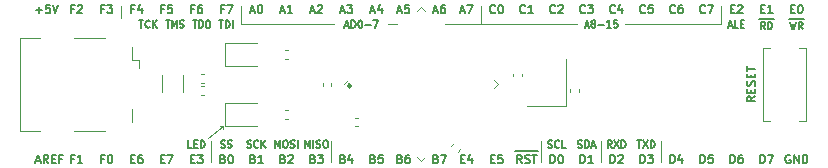
<source format=gbr>
%TF.GenerationSoftware,KiCad,Pcbnew,(5.1.10-1-10_14)*%
%TF.CreationDate,2021-09-16T13:02:04+08:00*%
%TF.ProjectId,AT90USB1287-Board,41543930-5553-4423-9132-38372d426f61,rev?*%
%TF.SameCoordinates,Original*%
%TF.FileFunction,Legend,Top*%
%TF.FilePolarity,Positive*%
%FSLAX46Y46*%
G04 Gerber Fmt 4.6, Leading zero omitted, Abs format (unit mm)*
G04 Created by KiCad (PCBNEW (5.1.10-1-10_14)) date 2021-09-16 13:02:04*
%MOMM*%
%LPD*%
G01*
G04 APERTURE LIST*
%ADD10C,0.120000*%
%ADD11C,0.150000*%
%ADD12C,0.250000*%
G04 APERTURE END LIST*
D10*
X114554000Y-65532000D02*
X114554000Y-66548000D01*
D11*
X122829714Y-66727428D02*
X123172571Y-66727428D01*
X123001142Y-67327428D02*
X123001142Y-66727428D01*
X123372571Y-67327428D02*
X123372571Y-66727428D01*
X123515428Y-66727428D01*
X123601142Y-66756000D01*
X123658285Y-66813142D01*
X123686857Y-66870285D01*
X123715428Y-66984571D01*
X123715428Y-67070285D01*
X123686857Y-67184571D01*
X123658285Y-67241714D01*
X123601142Y-67298857D01*
X123515428Y-67327428D01*
X123372571Y-67327428D01*
X123972571Y-67327428D02*
X123972571Y-66727428D01*
X116068571Y-66727428D02*
X116411428Y-66727428D01*
X116240000Y-67327428D02*
X116240000Y-66727428D01*
X116954285Y-67270285D02*
X116925714Y-67298857D01*
X116840000Y-67327428D01*
X116782857Y-67327428D01*
X116697142Y-67298857D01*
X116640000Y-67241714D01*
X116611428Y-67184571D01*
X116582857Y-67070285D01*
X116582857Y-66984571D01*
X116611428Y-66870285D01*
X116640000Y-66813142D01*
X116697142Y-66756000D01*
X116782857Y-66727428D01*
X116840000Y-66727428D01*
X116925714Y-66756000D01*
X116954285Y-66784571D01*
X117211428Y-67327428D02*
X117211428Y-66727428D01*
X117554285Y-67327428D02*
X117297142Y-66984571D01*
X117554285Y-66727428D02*
X117211428Y-67070285D01*
X120576000Y-66727428D02*
X120918857Y-66727428D01*
X120747429Y-67327428D02*
X120747429Y-66727428D01*
X121118857Y-67327428D02*
X121118857Y-66727428D01*
X121261715Y-66727428D01*
X121347429Y-66756000D01*
X121404572Y-66813142D01*
X121433143Y-66870285D01*
X121461715Y-66984571D01*
X121461715Y-67070285D01*
X121433143Y-67184571D01*
X121404572Y-67241714D01*
X121347429Y-67298857D01*
X121261715Y-67327428D01*
X121118857Y-67327428D01*
X121833143Y-66727428D02*
X121947429Y-66727428D01*
X122004572Y-66756000D01*
X122061715Y-66813142D01*
X122090286Y-66927428D01*
X122090286Y-67127428D01*
X122061715Y-67241714D01*
X122004572Y-67298857D01*
X121947429Y-67327428D01*
X121833143Y-67327428D01*
X121776000Y-67298857D01*
X121718857Y-67241714D01*
X121690286Y-67127428D01*
X121690286Y-66927428D01*
X121718857Y-66813142D01*
X121776000Y-66756000D01*
X121833143Y-66727428D01*
X118293715Y-66727428D02*
X118636572Y-66727428D01*
X118465143Y-67327428D02*
X118465143Y-66727428D01*
X118836572Y-67327428D02*
X118836572Y-66727428D01*
X119036572Y-67156000D01*
X119236572Y-66727428D01*
X119236572Y-67327428D01*
X119493715Y-67298857D02*
X119579429Y-67327428D01*
X119722286Y-67327428D01*
X119779429Y-67298857D01*
X119808000Y-67270285D01*
X119836572Y-67213142D01*
X119836572Y-67156000D01*
X119808000Y-67098857D01*
X119779429Y-67070285D01*
X119722286Y-67041714D01*
X119608000Y-67013142D01*
X119550857Y-66984571D01*
X119522286Y-66956000D01*
X119493715Y-66898857D01*
X119493715Y-66841714D01*
X119522286Y-66784571D01*
X119550857Y-66756000D01*
X119608000Y-66727428D01*
X119750857Y-66727428D01*
X119836572Y-66756000D01*
X153195428Y-77458857D02*
X153281142Y-77487428D01*
X153424000Y-77487428D01*
X153481142Y-77458857D01*
X153509714Y-77430285D01*
X153538285Y-77373142D01*
X153538285Y-77316000D01*
X153509714Y-77258857D01*
X153481142Y-77230285D01*
X153424000Y-77201714D01*
X153309714Y-77173142D01*
X153252571Y-77144571D01*
X153224000Y-77116000D01*
X153195428Y-77058857D01*
X153195428Y-77001714D01*
X153224000Y-76944571D01*
X153252571Y-76916000D01*
X153309714Y-76887428D01*
X153452571Y-76887428D01*
X153538285Y-76916000D01*
X153795428Y-77487428D02*
X153795428Y-76887428D01*
X153938285Y-76887428D01*
X154024000Y-76916000D01*
X154081142Y-76973142D01*
X154109714Y-77030285D01*
X154138285Y-77144571D01*
X154138285Y-77230285D01*
X154109714Y-77344571D01*
X154081142Y-77401714D01*
X154024000Y-77458857D01*
X153938285Y-77487428D01*
X153795428Y-77487428D01*
X154366857Y-77316000D02*
X154652571Y-77316000D01*
X154309714Y-77487428D02*
X154509714Y-76887428D01*
X154709714Y-77487428D01*
X150669714Y-77458857D02*
X150755428Y-77487428D01*
X150898285Y-77487428D01*
X150955428Y-77458857D01*
X150984000Y-77430285D01*
X151012571Y-77373142D01*
X151012571Y-77316000D01*
X150984000Y-77258857D01*
X150955428Y-77230285D01*
X150898285Y-77201714D01*
X150784000Y-77173142D01*
X150726857Y-77144571D01*
X150698285Y-77116000D01*
X150669714Y-77058857D01*
X150669714Y-77001714D01*
X150698285Y-76944571D01*
X150726857Y-76916000D01*
X150784000Y-76887428D01*
X150926857Y-76887428D01*
X151012571Y-76916000D01*
X151612571Y-77430285D02*
X151584000Y-77458857D01*
X151498285Y-77487428D01*
X151441142Y-77487428D01*
X151355428Y-77458857D01*
X151298285Y-77401714D01*
X151269714Y-77344571D01*
X151241142Y-77230285D01*
X151241142Y-77144571D01*
X151269714Y-77030285D01*
X151298285Y-76973142D01*
X151355428Y-76916000D01*
X151441142Y-76887428D01*
X151498285Y-76887428D01*
X151584000Y-76916000D01*
X151612571Y-76944571D01*
X152155428Y-77487428D02*
X151869714Y-77487428D01*
X151869714Y-76887428D01*
D10*
X150114000Y-78740000D02*
X150114000Y-76962000D01*
D11*
X122986857Y-77458857D02*
X123072571Y-77487428D01*
X123215428Y-77487428D01*
X123272571Y-77458857D01*
X123301142Y-77430285D01*
X123329714Y-77373142D01*
X123329714Y-77316000D01*
X123301142Y-77258857D01*
X123272571Y-77230285D01*
X123215428Y-77201714D01*
X123101142Y-77173142D01*
X123044000Y-77144571D01*
X123015428Y-77116000D01*
X122986857Y-77058857D01*
X122986857Y-77001714D01*
X123015428Y-76944571D01*
X123044000Y-76916000D01*
X123101142Y-76887428D01*
X123244000Y-76887428D01*
X123329714Y-76916000D01*
X123558285Y-77458857D02*
X123644000Y-77487428D01*
X123786857Y-77487428D01*
X123844000Y-77458857D01*
X123872571Y-77430285D01*
X123901142Y-77373142D01*
X123901142Y-77316000D01*
X123872571Y-77258857D01*
X123844000Y-77230285D01*
X123786857Y-77201714D01*
X123672571Y-77173142D01*
X123615428Y-77144571D01*
X123586857Y-77116000D01*
X123558285Y-77058857D01*
X123558285Y-77001714D01*
X123586857Y-76944571D01*
X123615428Y-76916000D01*
X123672571Y-76887428D01*
X123815428Y-76887428D01*
X123901142Y-76916000D01*
D10*
X160274000Y-78740000D02*
X160274000Y-76962000D01*
X155194000Y-78740000D02*
X155194000Y-76962000D01*
D11*
X158246857Y-76887428D02*
X158589714Y-76887428D01*
X158418285Y-77487428D02*
X158418285Y-76887428D01*
X158732571Y-76887428D02*
X159132571Y-77487428D01*
X159132571Y-76887428D02*
X158732571Y-77487428D01*
X159361142Y-77487428D02*
X159361142Y-76887428D01*
X159504000Y-76887428D01*
X159589714Y-76916000D01*
X159646857Y-76973142D01*
X159675428Y-77030285D01*
X159704000Y-77144571D01*
X159704000Y-77230285D01*
X159675428Y-77344571D01*
X159646857Y-77401714D01*
X159589714Y-77458857D01*
X159504000Y-77487428D01*
X159361142Y-77487428D01*
X156064000Y-77487428D02*
X155864000Y-77201714D01*
X155721142Y-77487428D02*
X155721142Y-76887428D01*
X155949714Y-76887428D01*
X156006857Y-76916000D01*
X156035428Y-76944571D01*
X156064000Y-77001714D01*
X156064000Y-77087428D01*
X156035428Y-77144571D01*
X156006857Y-77173142D01*
X155949714Y-77201714D01*
X155721142Y-77201714D01*
X156264000Y-76887428D02*
X156664000Y-77487428D01*
X156664000Y-76887428D02*
X156264000Y-77487428D01*
X156892571Y-77487428D02*
X156892571Y-76887428D01*
X157035428Y-76887428D01*
X157121142Y-76916000D01*
X157178285Y-76973142D01*
X157206857Y-77030285D01*
X157235428Y-77144571D01*
X157235428Y-77230285D01*
X157206857Y-77344571D01*
X157178285Y-77401714D01*
X157121142Y-77458857D01*
X157035428Y-77487428D01*
X156892571Y-77487428D01*
D12*
X133985000Y-72263000D02*
G75*
G03*
X133985000Y-72263000I-127000J0D01*
G01*
D10*
X132334000Y-78740000D02*
X132334000Y-76962000D01*
X122174000Y-78740000D02*
X122174000Y-76962000D01*
D11*
X130121142Y-77487428D02*
X130121142Y-76887428D01*
X130321142Y-77316000D01*
X130521142Y-76887428D01*
X130521142Y-77487428D01*
X130806857Y-77487428D02*
X130806857Y-76887428D01*
X131064000Y-77458857D02*
X131149714Y-77487428D01*
X131292571Y-77487428D01*
X131349714Y-77458857D01*
X131378285Y-77430285D01*
X131406857Y-77373142D01*
X131406857Y-77316000D01*
X131378285Y-77258857D01*
X131349714Y-77230285D01*
X131292571Y-77201714D01*
X131178285Y-77173142D01*
X131121142Y-77144571D01*
X131092571Y-77116000D01*
X131064000Y-77058857D01*
X131064000Y-77001714D01*
X131092571Y-76944571D01*
X131121142Y-76916000D01*
X131178285Y-76887428D01*
X131321142Y-76887428D01*
X131406857Y-76916000D01*
X131778285Y-76887428D02*
X131892571Y-76887428D01*
X131949714Y-76916000D01*
X132006857Y-76973142D01*
X132035428Y-77087428D01*
X132035428Y-77287428D01*
X132006857Y-77401714D01*
X131949714Y-77458857D01*
X131892571Y-77487428D01*
X131778285Y-77487428D01*
X131721142Y-77458857D01*
X131664000Y-77401714D01*
X131635428Y-77287428D01*
X131635428Y-77087428D01*
X131664000Y-76973142D01*
X131721142Y-76916000D01*
X131778285Y-76887428D01*
X127581142Y-77487428D02*
X127581142Y-76887428D01*
X127781142Y-77316000D01*
X127981142Y-76887428D01*
X127981142Y-77487428D01*
X128381142Y-76887428D02*
X128495428Y-76887428D01*
X128552571Y-76916000D01*
X128609714Y-76973142D01*
X128638285Y-77087428D01*
X128638285Y-77287428D01*
X128609714Y-77401714D01*
X128552571Y-77458857D01*
X128495428Y-77487428D01*
X128381142Y-77487428D01*
X128324000Y-77458857D01*
X128266857Y-77401714D01*
X128238285Y-77287428D01*
X128238285Y-77087428D01*
X128266857Y-76973142D01*
X128324000Y-76916000D01*
X128381142Y-76887428D01*
X128866857Y-77458857D02*
X128952571Y-77487428D01*
X129095428Y-77487428D01*
X129152571Y-77458857D01*
X129181142Y-77430285D01*
X129209714Y-77373142D01*
X129209714Y-77316000D01*
X129181142Y-77258857D01*
X129152571Y-77230285D01*
X129095428Y-77201714D01*
X128981142Y-77173142D01*
X128924000Y-77144571D01*
X128895428Y-77116000D01*
X128866857Y-77058857D01*
X128866857Y-77001714D01*
X128895428Y-76944571D01*
X128924000Y-76916000D01*
X128981142Y-76887428D01*
X129124000Y-76887428D01*
X129209714Y-76916000D01*
X129466857Y-77487428D02*
X129466857Y-76887428D01*
X125212571Y-77458857D02*
X125298285Y-77487428D01*
X125441142Y-77487428D01*
X125498285Y-77458857D01*
X125526857Y-77430285D01*
X125555428Y-77373142D01*
X125555428Y-77316000D01*
X125526857Y-77258857D01*
X125498285Y-77230285D01*
X125441142Y-77201714D01*
X125326857Y-77173142D01*
X125269714Y-77144571D01*
X125241142Y-77116000D01*
X125212571Y-77058857D01*
X125212571Y-77001714D01*
X125241142Y-76944571D01*
X125269714Y-76916000D01*
X125326857Y-76887428D01*
X125469714Y-76887428D01*
X125555428Y-76916000D01*
X126155428Y-77430285D02*
X126126857Y-77458857D01*
X126041142Y-77487428D01*
X125984000Y-77487428D01*
X125898285Y-77458857D01*
X125841142Y-77401714D01*
X125812571Y-77344571D01*
X125784000Y-77230285D01*
X125784000Y-77144571D01*
X125812571Y-77030285D01*
X125841142Y-76973142D01*
X125898285Y-76916000D01*
X125984000Y-76887428D01*
X126041142Y-76887428D01*
X126126857Y-76916000D01*
X126155428Y-76944571D01*
X126412571Y-77487428D02*
X126412571Y-76887428D01*
X126755428Y-77487428D02*
X126498285Y-77144571D01*
X126755428Y-76887428D02*
X126412571Y-77230285D01*
X168210666Y-73152666D02*
X167877333Y-73386000D01*
X168210666Y-73552666D02*
X167510666Y-73552666D01*
X167510666Y-73286000D01*
X167544000Y-73219333D01*
X167577333Y-73186000D01*
X167644000Y-73152666D01*
X167744000Y-73152666D01*
X167810666Y-73186000D01*
X167844000Y-73219333D01*
X167877333Y-73286000D01*
X167877333Y-73552666D01*
X167844000Y-72852666D02*
X167844000Y-72619333D01*
X168210666Y-72519333D02*
X168210666Y-72852666D01*
X167510666Y-72852666D01*
X167510666Y-72519333D01*
X168177333Y-72252666D02*
X168210666Y-72152666D01*
X168210666Y-71986000D01*
X168177333Y-71919333D01*
X168144000Y-71886000D01*
X168077333Y-71852666D01*
X168010666Y-71852666D01*
X167944000Y-71886000D01*
X167910666Y-71919333D01*
X167877333Y-71986000D01*
X167844000Y-72119333D01*
X167810666Y-72186000D01*
X167777333Y-72219333D01*
X167710666Y-72252666D01*
X167644000Y-72252666D01*
X167577333Y-72219333D01*
X167544000Y-72186000D01*
X167510666Y-72119333D01*
X167510666Y-71952666D01*
X167544000Y-71852666D01*
X167844000Y-71552666D02*
X167844000Y-71319333D01*
X168210666Y-71219333D02*
X168210666Y-71552666D01*
X167510666Y-71552666D01*
X167510666Y-71219333D01*
X167510666Y-71019333D02*
X167510666Y-70619333D01*
X168210666Y-70819333D02*
X167510666Y-70819333D01*
D10*
X123190000Y-75692000D02*
X122936000Y-75692000D01*
X123190000Y-75692000D02*
X123190000Y-75946000D01*
X121920000Y-76708000D02*
X123190000Y-75692000D01*
D11*
X120518285Y-77487428D02*
X120232571Y-77487428D01*
X120232571Y-76887428D01*
X120718285Y-77173142D02*
X120918285Y-77173142D01*
X121004000Y-77487428D02*
X120718285Y-77487428D01*
X120718285Y-76887428D01*
X121004000Y-76887428D01*
X121261142Y-77487428D02*
X121261142Y-76887428D01*
X121404000Y-76887428D01*
X121489714Y-76916000D01*
X121546857Y-76973142D01*
X121575428Y-77030285D01*
X121604000Y-77144571D01*
X121604000Y-77230285D01*
X121575428Y-77344571D01*
X121546857Y-77401714D01*
X121489714Y-77458857D01*
X121404000Y-77487428D01*
X121261142Y-77487428D01*
D10*
X165354000Y-67056000D02*
X165354000Y-65532000D01*
X157226000Y-67056000D02*
X165354000Y-67056000D01*
X145034000Y-67056000D02*
X153162000Y-67056000D01*
X145034000Y-67056000D02*
X145034000Y-65532000D01*
X141986000Y-67056000D02*
X145034000Y-67056000D01*
X137160000Y-67056000D02*
X137922000Y-67056000D01*
X124714000Y-67056000D02*
X132588000Y-67056000D01*
X124714000Y-65532000D02*
X124714000Y-67056000D01*
D11*
X153822571Y-67156000D02*
X154108285Y-67156000D01*
X153765428Y-67327428D02*
X153965428Y-66727428D01*
X154165428Y-67327428D01*
X154451142Y-66984571D02*
X154394000Y-66956000D01*
X154365428Y-66927428D01*
X154336857Y-66870285D01*
X154336857Y-66841714D01*
X154365428Y-66784571D01*
X154394000Y-66756000D01*
X154451142Y-66727428D01*
X154565428Y-66727428D01*
X154622571Y-66756000D01*
X154651142Y-66784571D01*
X154679714Y-66841714D01*
X154679714Y-66870285D01*
X154651142Y-66927428D01*
X154622571Y-66956000D01*
X154565428Y-66984571D01*
X154451142Y-66984571D01*
X154394000Y-67013142D01*
X154365428Y-67041714D01*
X154336857Y-67098857D01*
X154336857Y-67213142D01*
X154365428Y-67270285D01*
X154394000Y-67298857D01*
X154451142Y-67327428D01*
X154565428Y-67327428D01*
X154622571Y-67298857D01*
X154651142Y-67270285D01*
X154679714Y-67213142D01*
X154679714Y-67098857D01*
X154651142Y-67041714D01*
X154622571Y-67013142D01*
X154565428Y-66984571D01*
X154936857Y-67098857D02*
X155394000Y-67098857D01*
X155994000Y-67327428D02*
X155651142Y-67327428D01*
X155822571Y-67327428D02*
X155822571Y-66727428D01*
X155765428Y-66813142D01*
X155708285Y-66870285D01*
X155651142Y-66898857D01*
X156536857Y-66727428D02*
X156251142Y-66727428D01*
X156222571Y-67013142D01*
X156251142Y-66984571D01*
X156308285Y-66956000D01*
X156451142Y-66956000D01*
X156508285Y-66984571D01*
X156536857Y-67013142D01*
X156565428Y-67070285D01*
X156565428Y-67213142D01*
X156536857Y-67270285D01*
X156508285Y-67298857D01*
X156451142Y-67327428D01*
X156308285Y-67327428D01*
X156251142Y-67298857D01*
X156222571Y-67270285D01*
X133488285Y-67156000D02*
X133774000Y-67156000D01*
X133431142Y-67327428D02*
X133631142Y-66727428D01*
X133831142Y-67327428D01*
X134031142Y-67327428D02*
X134031142Y-66727428D01*
X134174000Y-66727428D01*
X134259714Y-66756000D01*
X134316857Y-66813142D01*
X134345428Y-66870285D01*
X134374000Y-66984571D01*
X134374000Y-67070285D01*
X134345428Y-67184571D01*
X134316857Y-67241714D01*
X134259714Y-67298857D01*
X134174000Y-67327428D01*
X134031142Y-67327428D01*
X134745428Y-66727428D02*
X134802571Y-66727428D01*
X134859714Y-66756000D01*
X134888285Y-66784571D01*
X134916857Y-66841714D01*
X134945428Y-66956000D01*
X134945428Y-67098857D01*
X134916857Y-67213142D01*
X134888285Y-67270285D01*
X134859714Y-67298857D01*
X134802571Y-67327428D01*
X134745428Y-67327428D01*
X134688285Y-67298857D01*
X134659714Y-67270285D01*
X134631142Y-67213142D01*
X134602571Y-67098857D01*
X134602571Y-66956000D01*
X134631142Y-66841714D01*
X134659714Y-66784571D01*
X134688285Y-66756000D01*
X134745428Y-66727428D01*
X135202571Y-67098857D02*
X135659714Y-67098857D01*
X135888285Y-66727428D02*
X136288285Y-66727428D01*
X136031142Y-67327428D01*
X171061142Y-66562500D02*
X171746857Y-66562500D01*
X171146857Y-66860928D02*
X171289714Y-67460928D01*
X171404000Y-67032357D01*
X171518285Y-67460928D01*
X171661142Y-66860928D01*
X171746857Y-66562500D02*
X172346857Y-66562500D01*
X172232571Y-67460928D02*
X172032571Y-67175214D01*
X171889714Y-67460928D02*
X171889714Y-66860928D01*
X172118285Y-66860928D01*
X172175428Y-66889500D01*
X172204000Y-66918071D01*
X172232571Y-66975214D01*
X172232571Y-67060928D01*
X172204000Y-67118071D01*
X172175428Y-67146642D01*
X172118285Y-67175214D01*
X171889714Y-67175214D01*
X168564000Y-66562500D02*
X169164000Y-66562500D01*
X169049714Y-67460928D02*
X168849714Y-67175214D01*
X168706857Y-67460928D02*
X168706857Y-66860928D01*
X168935428Y-66860928D01*
X168992571Y-66889500D01*
X169021142Y-66918071D01*
X169049714Y-66975214D01*
X169049714Y-67060928D01*
X169021142Y-67118071D01*
X168992571Y-67146642D01*
X168935428Y-67175214D01*
X168706857Y-67175214D01*
X169164000Y-66562500D02*
X169764000Y-66562500D01*
X169306857Y-67460928D02*
X169306857Y-66860928D01*
X169449714Y-66860928D01*
X169535428Y-66889500D01*
X169592571Y-66946642D01*
X169621142Y-67003785D01*
X169649714Y-67118071D01*
X169649714Y-67203785D01*
X169621142Y-67318071D01*
X169592571Y-67375214D01*
X169535428Y-67432357D01*
X169449714Y-67460928D01*
X169306857Y-67460928D01*
X165966857Y-67156000D02*
X166252571Y-67156000D01*
X165909714Y-67327428D02*
X166109714Y-66727428D01*
X166309714Y-67327428D01*
X166795428Y-67327428D02*
X166509714Y-67327428D01*
X166509714Y-66727428D01*
X166995428Y-67013142D02*
X167195428Y-67013142D01*
X167281142Y-67327428D02*
X166995428Y-67327428D01*
X166995428Y-66727428D01*
X167281142Y-66727428D01*
X168647333Y-78802666D02*
X168647333Y-78102666D01*
X168814000Y-78102666D01*
X168914000Y-78136000D01*
X168980666Y-78202666D01*
X169014000Y-78269333D01*
X169047333Y-78402666D01*
X169047333Y-78502666D01*
X169014000Y-78636000D01*
X168980666Y-78702666D01*
X168914000Y-78769333D01*
X168814000Y-78802666D01*
X168647333Y-78802666D01*
X169280666Y-78102666D02*
X169747333Y-78102666D01*
X169447333Y-78802666D01*
X171170666Y-78136000D02*
X171104000Y-78102666D01*
X171004000Y-78102666D01*
X170904000Y-78136000D01*
X170837333Y-78202666D01*
X170804000Y-78269333D01*
X170770666Y-78402666D01*
X170770666Y-78502666D01*
X170804000Y-78636000D01*
X170837333Y-78702666D01*
X170904000Y-78769333D01*
X171004000Y-78802666D01*
X171070666Y-78802666D01*
X171170666Y-78769333D01*
X171204000Y-78736000D01*
X171204000Y-78502666D01*
X171070666Y-78502666D01*
X171504000Y-78802666D02*
X171504000Y-78102666D01*
X171904000Y-78802666D01*
X171904000Y-78102666D01*
X172237333Y-78802666D02*
X172237333Y-78102666D01*
X172404000Y-78102666D01*
X172504000Y-78136000D01*
X172570666Y-78202666D01*
X172604000Y-78269333D01*
X172637333Y-78402666D01*
X172637333Y-78502666D01*
X172604000Y-78636000D01*
X172570666Y-78702666D01*
X172504000Y-78769333D01*
X172404000Y-78802666D01*
X172237333Y-78802666D01*
X158487333Y-78802666D02*
X158487333Y-78102666D01*
X158654000Y-78102666D01*
X158754000Y-78136000D01*
X158820666Y-78202666D01*
X158854000Y-78269333D01*
X158887333Y-78402666D01*
X158887333Y-78502666D01*
X158854000Y-78636000D01*
X158820666Y-78702666D01*
X158754000Y-78769333D01*
X158654000Y-78802666D01*
X158487333Y-78802666D01*
X159120666Y-78102666D02*
X159554000Y-78102666D01*
X159320666Y-78369333D01*
X159420666Y-78369333D01*
X159487333Y-78402666D01*
X159520666Y-78436000D01*
X159554000Y-78502666D01*
X159554000Y-78669333D01*
X159520666Y-78736000D01*
X159487333Y-78769333D01*
X159420666Y-78802666D01*
X159220666Y-78802666D01*
X159154000Y-78769333D01*
X159120666Y-78736000D01*
X163567333Y-78802666D02*
X163567333Y-78102666D01*
X163734000Y-78102666D01*
X163834000Y-78136000D01*
X163900666Y-78202666D01*
X163934000Y-78269333D01*
X163967333Y-78402666D01*
X163967333Y-78502666D01*
X163934000Y-78636000D01*
X163900666Y-78702666D01*
X163834000Y-78769333D01*
X163734000Y-78802666D01*
X163567333Y-78802666D01*
X164600666Y-78102666D02*
X164267333Y-78102666D01*
X164234000Y-78436000D01*
X164267333Y-78402666D01*
X164334000Y-78369333D01*
X164500666Y-78369333D01*
X164567333Y-78402666D01*
X164600666Y-78436000D01*
X164634000Y-78502666D01*
X164634000Y-78669333D01*
X164600666Y-78736000D01*
X164567333Y-78769333D01*
X164500666Y-78802666D01*
X164334000Y-78802666D01*
X164267333Y-78769333D01*
X164234000Y-78736000D01*
X161027333Y-78802666D02*
X161027333Y-78102666D01*
X161194000Y-78102666D01*
X161294000Y-78136000D01*
X161360666Y-78202666D01*
X161394000Y-78269333D01*
X161427333Y-78402666D01*
X161427333Y-78502666D01*
X161394000Y-78636000D01*
X161360666Y-78702666D01*
X161294000Y-78769333D01*
X161194000Y-78802666D01*
X161027333Y-78802666D01*
X162027333Y-78336000D02*
X162027333Y-78802666D01*
X161860666Y-78069333D02*
X161694000Y-78569333D01*
X162127333Y-78569333D01*
X166107333Y-78802666D02*
X166107333Y-78102666D01*
X166274000Y-78102666D01*
X166374000Y-78136000D01*
X166440666Y-78202666D01*
X166474000Y-78269333D01*
X166507333Y-78402666D01*
X166507333Y-78502666D01*
X166474000Y-78636000D01*
X166440666Y-78702666D01*
X166374000Y-78769333D01*
X166274000Y-78802666D01*
X166107333Y-78802666D01*
X167107333Y-78102666D02*
X166974000Y-78102666D01*
X166907333Y-78136000D01*
X166874000Y-78169333D01*
X166807333Y-78269333D01*
X166774000Y-78402666D01*
X166774000Y-78669333D01*
X166807333Y-78736000D01*
X166840666Y-78769333D01*
X166907333Y-78802666D01*
X167040666Y-78802666D01*
X167107333Y-78769333D01*
X167140666Y-78736000D01*
X167174000Y-78669333D01*
X167174000Y-78502666D01*
X167140666Y-78436000D01*
X167107333Y-78402666D01*
X167040666Y-78369333D01*
X166907333Y-78369333D01*
X166840666Y-78402666D01*
X166807333Y-78436000D01*
X166774000Y-78502666D01*
X147894000Y-77787000D02*
X148594000Y-77787000D01*
X148460666Y-78802666D02*
X148227333Y-78469333D01*
X148060666Y-78802666D02*
X148060666Y-78102666D01*
X148327333Y-78102666D01*
X148394000Y-78136000D01*
X148427333Y-78169333D01*
X148460666Y-78236000D01*
X148460666Y-78336000D01*
X148427333Y-78402666D01*
X148394000Y-78436000D01*
X148327333Y-78469333D01*
X148060666Y-78469333D01*
X148594000Y-77787000D02*
X149260666Y-77787000D01*
X148727333Y-78769333D02*
X148827333Y-78802666D01*
X148994000Y-78802666D01*
X149060666Y-78769333D01*
X149094000Y-78736000D01*
X149127333Y-78669333D01*
X149127333Y-78602666D01*
X149094000Y-78536000D01*
X149060666Y-78502666D01*
X148994000Y-78469333D01*
X148860666Y-78436000D01*
X148794000Y-78402666D01*
X148760666Y-78369333D01*
X148727333Y-78302666D01*
X148727333Y-78236000D01*
X148760666Y-78169333D01*
X148794000Y-78136000D01*
X148860666Y-78102666D01*
X149027333Y-78102666D01*
X149127333Y-78136000D01*
X149260666Y-77787000D02*
X149794000Y-77787000D01*
X149327333Y-78102666D02*
X149727333Y-78102666D01*
X149527333Y-78802666D02*
X149527333Y-78102666D01*
X153407333Y-78802666D02*
X153407333Y-78102666D01*
X153574000Y-78102666D01*
X153674000Y-78136000D01*
X153740666Y-78202666D01*
X153774000Y-78269333D01*
X153807333Y-78402666D01*
X153807333Y-78502666D01*
X153774000Y-78636000D01*
X153740666Y-78702666D01*
X153674000Y-78769333D01*
X153574000Y-78802666D01*
X153407333Y-78802666D01*
X154474000Y-78802666D02*
X154074000Y-78802666D01*
X154274000Y-78802666D02*
X154274000Y-78102666D01*
X154207333Y-78202666D01*
X154140666Y-78269333D01*
X154074000Y-78302666D01*
X150867333Y-78802666D02*
X150867333Y-78102666D01*
X151034000Y-78102666D01*
X151134000Y-78136000D01*
X151200666Y-78202666D01*
X151234000Y-78269333D01*
X151267333Y-78402666D01*
X151267333Y-78502666D01*
X151234000Y-78636000D01*
X151200666Y-78702666D01*
X151134000Y-78769333D01*
X151034000Y-78802666D01*
X150867333Y-78802666D01*
X151700666Y-78102666D02*
X151767333Y-78102666D01*
X151834000Y-78136000D01*
X151867333Y-78169333D01*
X151900666Y-78236000D01*
X151934000Y-78369333D01*
X151934000Y-78536000D01*
X151900666Y-78669333D01*
X151867333Y-78736000D01*
X151834000Y-78769333D01*
X151767333Y-78802666D01*
X151700666Y-78802666D01*
X151634000Y-78769333D01*
X151600666Y-78736000D01*
X151567333Y-78669333D01*
X151534000Y-78536000D01*
X151534000Y-78369333D01*
X151567333Y-78236000D01*
X151600666Y-78169333D01*
X151634000Y-78136000D01*
X151700666Y-78102666D01*
X155947333Y-78802666D02*
X155947333Y-78102666D01*
X156114000Y-78102666D01*
X156214000Y-78136000D01*
X156280666Y-78202666D01*
X156314000Y-78269333D01*
X156347333Y-78402666D01*
X156347333Y-78502666D01*
X156314000Y-78636000D01*
X156280666Y-78702666D01*
X156214000Y-78769333D01*
X156114000Y-78802666D01*
X155947333Y-78802666D01*
X156614000Y-78169333D02*
X156647333Y-78136000D01*
X156714000Y-78102666D01*
X156880666Y-78102666D01*
X156947333Y-78136000D01*
X156980666Y-78169333D01*
X157014000Y-78236000D01*
X157014000Y-78302666D01*
X156980666Y-78402666D01*
X156580666Y-78802666D01*
X157014000Y-78802666D01*
X138146666Y-78436000D02*
X138246666Y-78469333D01*
X138280000Y-78502666D01*
X138313333Y-78569333D01*
X138313333Y-78669333D01*
X138280000Y-78736000D01*
X138246666Y-78769333D01*
X138180000Y-78802666D01*
X137913333Y-78802666D01*
X137913333Y-78102666D01*
X138146666Y-78102666D01*
X138213333Y-78136000D01*
X138246666Y-78169333D01*
X138280000Y-78236000D01*
X138280000Y-78302666D01*
X138246666Y-78369333D01*
X138213333Y-78402666D01*
X138146666Y-78436000D01*
X137913333Y-78436000D01*
X138913333Y-78102666D02*
X138780000Y-78102666D01*
X138713333Y-78136000D01*
X138680000Y-78169333D01*
X138613333Y-78269333D01*
X138580000Y-78402666D01*
X138580000Y-78669333D01*
X138613333Y-78736000D01*
X138646666Y-78769333D01*
X138713333Y-78802666D01*
X138846666Y-78802666D01*
X138913333Y-78769333D01*
X138946666Y-78736000D01*
X138980000Y-78669333D01*
X138980000Y-78502666D01*
X138946666Y-78436000D01*
X138913333Y-78402666D01*
X138846666Y-78369333D01*
X138713333Y-78369333D01*
X138646666Y-78402666D01*
X138613333Y-78436000D01*
X138580000Y-78502666D01*
X143280666Y-78436000D02*
X143514000Y-78436000D01*
X143614000Y-78802666D02*
X143280666Y-78802666D01*
X143280666Y-78102666D01*
X143614000Y-78102666D01*
X144214000Y-78336000D02*
X144214000Y-78802666D01*
X144047333Y-78069333D02*
X143880666Y-78569333D01*
X144314000Y-78569333D01*
X141194666Y-78436000D02*
X141294666Y-78469333D01*
X141328000Y-78502666D01*
X141361333Y-78569333D01*
X141361333Y-78669333D01*
X141328000Y-78736000D01*
X141294666Y-78769333D01*
X141228000Y-78802666D01*
X140961333Y-78802666D01*
X140961333Y-78102666D01*
X141194666Y-78102666D01*
X141261333Y-78136000D01*
X141294666Y-78169333D01*
X141328000Y-78236000D01*
X141328000Y-78302666D01*
X141294666Y-78369333D01*
X141261333Y-78402666D01*
X141194666Y-78436000D01*
X140961333Y-78436000D01*
X141594666Y-78102666D02*
X142061333Y-78102666D01*
X141761333Y-78802666D01*
X145820666Y-78436000D02*
X146054000Y-78436000D01*
X146154000Y-78802666D02*
X145820666Y-78802666D01*
X145820666Y-78102666D01*
X146154000Y-78102666D01*
X146787333Y-78102666D02*
X146454000Y-78102666D01*
X146420666Y-78436000D01*
X146454000Y-78402666D01*
X146520666Y-78369333D01*
X146687333Y-78369333D01*
X146754000Y-78402666D01*
X146787333Y-78436000D01*
X146820666Y-78502666D01*
X146820666Y-78669333D01*
X146787333Y-78736000D01*
X146754000Y-78769333D01*
X146687333Y-78802666D01*
X146520666Y-78802666D01*
X146454000Y-78769333D01*
X146420666Y-78736000D01*
X128240666Y-78436000D02*
X128340666Y-78469333D01*
X128374000Y-78502666D01*
X128407333Y-78569333D01*
X128407333Y-78669333D01*
X128374000Y-78736000D01*
X128340666Y-78769333D01*
X128274000Y-78802666D01*
X128007333Y-78802666D01*
X128007333Y-78102666D01*
X128240666Y-78102666D01*
X128307333Y-78136000D01*
X128340666Y-78169333D01*
X128374000Y-78236000D01*
X128374000Y-78302666D01*
X128340666Y-78369333D01*
X128307333Y-78402666D01*
X128240666Y-78436000D01*
X128007333Y-78436000D01*
X128674000Y-78169333D02*
X128707333Y-78136000D01*
X128774000Y-78102666D01*
X128940666Y-78102666D01*
X129007333Y-78136000D01*
X129040666Y-78169333D01*
X129074000Y-78236000D01*
X129074000Y-78302666D01*
X129040666Y-78402666D01*
X128640666Y-78802666D01*
X129074000Y-78802666D01*
X133320666Y-78436000D02*
X133420666Y-78469333D01*
X133454000Y-78502666D01*
X133487333Y-78569333D01*
X133487333Y-78669333D01*
X133454000Y-78736000D01*
X133420666Y-78769333D01*
X133354000Y-78802666D01*
X133087333Y-78802666D01*
X133087333Y-78102666D01*
X133320666Y-78102666D01*
X133387333Y-78136000D01*
X133420666Y-78169333D01*
X133454000Y-78236000D01*
X133454000Y-78302666D01*
X133420666Y-78369333D01*
X133387333Y-78402666D01*
X133320666Y-78436000D01*
X133087333Y-78436000D01*
X134087333Y-78336000D02*
X134087333Y-78802666D01*
X133920666Y-78069333D02*
X133754000Y-78569333D01*
X134187333Y-78569333D01*
X130780666Y-78436000D02*
X130880666Y-78469333D01*
X130914000Y-78502666D01*
X130947333Y-78569333D01*
X130947333Y-78669333D01*
X130914000Y-78736000D01*
X130880666Y-78769333D01*
X130814000Y-78802666D01*
X130547333Y-78802666D01*
X130547333Y-78102666D01*
X130780666Y-78102666D01*
X130847333Y-78136000D01*
X130880666Y-78169333D01*
X130914000Y-78236000D01*
X130914000Y-78302666D01*
X130880666Y-78369333D01*
X130847333Y-78402666D01*
X130780666Y-78436000D01*
X130547333Y-78436000D01*
X131180666Y-78102666D02*
X131614000Y-78102666D01*
X131380666Y-78369333D01*
X131480666Y-78369333D01*
X131547333Y-78402666D01*
X131580666Y-78436000D01*
X131614000Y-78502666D01*
X131614000Y-78669333D01*
X131580666Y-78736000D01*
X131547333Y-78769333D01*
X131480666Y-78802666D01*
X131280666Y-78802666D01*
X131214000Y-78769333D01*
X131180666Y-78736000D01*
X135860666Y-78436000D02*
X135960666Y-78469333D01*
X135994000Y-78502666D01*
X136027333Y-78569333D01*
X136027333Y-78669333D01*
X135994000Y-78736000D01*
X135960666Y-78769333D01*
X135894000Y-78802666D01*
X135627333Y-78802666D01*
X135627333Y-78102666D01*
X135860666Y-78102666D01*
X135927333Y-78136000D01*
X135960666Y-78169333D01*
X135994000Y-78236000D01*
X135994000Y-78302666D01*
X135960666Y-78369333D01*
X135927333Y-78402666D01*
X135860666Y-78436000D01*
X135627333Y-78436000D01*
X136660666Y-78102666D02*
X136327333Y-78102666D01*
X136294000Y-78436000D01*
X136327333Y-78402666D01*
X136394000Y-78369333D01*
X136560666Y-78369333D01*
X136627333Y-78402666D01*
X136660666Y-78436000D01*
X136694000Y-78502666D01*
X136694000Y-78669333D01*
X136660666Y-78736000D01*
X136627333Y-78769333D01*
X136560666Y-78802666D01*
X136394000Y-78802666D01*
X136327333Y-78769333D01*
X136294000Y-78736000D01*
X117880666Y-78436000D02*
X118114000Y-78436000D01*
X118214000Y-78802666D02*
X117880666Y-78802666D01*
X117880666Y-78102666D01*
X118214000Y-78102666D01*
X118447333Y-78102666D02*
X118914000Y-78102666D01*
X118614000Y-78802666D01*
X123160666Y-78436000D02*
X123260666Y-78469333D01*
X123294000Y-78502666D01*
X123327333Y-78569333D01*
X123327333Y-78669333D01*
X123294000Y-78736000D01*
X123260666Y-78769333D01*
X123194000Y-78802666D01*
X122927333Y-78802666D01*
X122927333Y-78102666D01*
X123160666Y-78102666D01*
X123227333Y-78136000D01*
X123260666Y-78169333D01*
X123294000Y-78236000D01*
X123294000Y-78302666D01*
X123260666Y-78369333D01*
X123227333Y-78402666D01*
X123160666Y-78436000D01*
X122927333Y-78436000D01*
X123760666Y-78102666D02*
X123827333Y-78102666D01*
X123894000Y-78136000D01*
X123927333Y-78169333D01*
X123960666Y-78236000D01*
X123994000Y-78369333D01*
X123994000Y-78536000D01*
X123960666Y-78669333D01*
X123927333Y-78736000D01*
X123894000Y-78769333D01*
X123827333Y-78802666D01*
X123760666Y-78802666D01*
X123694000Y-78769333D01*
X123660666Y-78736000D01*
X123627333Y-78669333D01*
X123594000Y-78536000D01*
X123594000Y-78369333D01*
X123627333Y-78236000D01*
X123660666Y-78169333D01*
X123694000Y-78136000D01*
X123760666Y-78102666D01*
X120420666Y-78436000D02*
X120654000Y-78436000D01*
X120754000Y-78802666D02*
X120420666Y-78802666D01*
X120420666Y-78102666D01*
X120754000Y-78102666D01*
X120987333Y-78102666D02*
X121420666Y-78102666D01*
X121187333Y-78369333D01*
X121287333Y-78369333D01*
X121354000Y-78402666D01*
X121387333Y-78436000D01*
X121420666Y-78502666D01*
X121420666Y-78669333D01*
X121387333Y-78736000D01*
X121354000Y-78769333D01*
X121287333Y-78802666D01*
X121087333Y-78802666D01*
X121020666Y-78769333D01*
X120987333Y-78736000D01*
X125700666Y-78436000D02*
X125800666Y-78469333D01*
X125834000Y-78502666D01*
X125867333Y-78569333D01*
X125867333Y-78669333D01*
X125834000Y-78736000D01*
X125800666Y-78769333D01*
X125734000Y-78802666D01*
X125467333Y-78802666D01*
X125467333Y-78102666D01*
X125700666Y-78102666D01*
X125767333Y-78136000D01*
X125800666Y-78169333D01*
X125834000Y-78236000D01*
X125834000Y-78302666D01*
X125800666Y-78369333D01*
X125767333Y-78402666D01*
X125700666Y-78436000D01*
X125467333Y-78436000D01*
X126534000Y-78802666D02*
X126134000Y-78802666D01*
X126334000Y-78802666D02*
X126334000Y-78102666D01*
X126267333Y-78202666D01*
X126200666Y-78269333D01*
X126134000Y-78302666D01*
X107324666Y-78602666D02*
X107658000Y-78602666D01*
X107258000Y-78802666D02*
X107491333Y-78102666D01*
X107724666Y-78802666D01*
X108358000Y-78802666D02*
X108124666Y-78469333D01*
X107958000Y-78802666D02*
X107958000Y-78102666D01*
X108224666Y-78102666D01*
X108291333Y-78136000D01*
X108324666Y-78169333D01*
X108358000Y-78236000D01*
X108358000Y-78336000D01*
X108324666Y-78402666D01*
X108291333Y-78436000D01*
X108224666Y-78469333D01*
X107958000Y-78469333D01*
X108658000Y-78436000D02*
X108891333Y-78436000D01*
X108991333Y-78802666D02*
X108658000Y-78802666D01*
X108658000Y-78102666D01*
X108991333Y-78102666D01*
X109524666Y-78436000D02*
X109291333Y-78436000D01*
X109291333Y-78802666D02*
X109291333Y-78102666D01*
X109624666Y-78102666D01*
X113050666Y-78436000D02*
X112817333Y-78436000D01*
X112817333Y-78802666D02*
X112817333Y-78102666D01*
X113150666Y-78102666D01*
X113550666Y-78102666D02*
X113617333Y-78102666D01*
X113684000Y-78136000D01*
X113717333Y-78169333D01*
X113750666Y-78236000D01*
X113784000Y-78369333D01*
X113784000Y-78536000D01*
X113750666Y-78669333D01*
X113717333Y-78736000D01*
X113684000Y-78769333D01*
X113617333Y-78802666D01*
X113550666Y-78802666D01*
X113484000Y-78769333D01*
X113450666Y-78736000D01*
X113417333Y-78669333D01*
X113384000Y-78536000D01*
X113384000Y-78369333D01*
X113417333Y-78236000D01*
X113450666Y-78169333D01*
X113484000Y-78136000D01*
X113550666Y-78102666D01*
X110510666Y-78436000D02*
X110277333Y-78436000D01*
X110277333Y-78802666D02*
X110277333Y-78102666D01*
X110610666Y-78102666D01*
X111244000Y-78802666D02*
X110844000Y-78802666D01*
X111044000Y-78802666D02*
X111044000Y-78102666D01*
X110977333Y-78202666D01*
X110910666Y-78269333D01*
X110844000Y-78302666D01*
X115340666Y-78436000D02*
X115574000Y-78436000D01*
X115674000Y-78802666D02*
X115340666Y-78802666D01*
X115340666Y-78102666D01*
X115674000Y-78102666D01*
X116274000Y-78102666D02*
X116140666Y-78102666D01*
X116074000Y-78136000D01*
X116040666Y-78169333D01*
X115974000Y-78269333D01*
X115940666Y-78402666D01*
X115940666Y-78669333D01*
X115974000Y-78736000D01*
X116007333Y-78769333D01*
X116074000Y-78802666D01*
X116207333Y-78802666D01*
X116274000Y-78769333D01*
X116307333Y-78736000D01*
X116340666Y-78669333D01*
X116340666Y-78502666D01*
X116307333Y-78436000D01*
X116274000Y-78402666D01*
X116207333Y-78369333D01*
X116074000Y-78369333D01*
X116007333Y-78402666D01*
X115974000Y-78436000D01*
X115940666Y-78502666D01*
X166140666Y-65736000D02*
X166374000Y-65736000D01*
X166474000Y-66102666D02*
X166140666Y-66102666D01*
X166140666Y-65402666D01*
X166474000Y-65402666D01*
X166740666Y-65469333D02*
X166774000Y-65436000D01*
X166840666Y-65402666D01*
X167007333Y-65402666D01*
X167074000Y-65436000D01*
X167107333Y-65469333D01*
X167140666Y-65536000D01*
X167140666Y-65602666D01*
X167107333Y-65702666D01*
X166707333Y-66102666D01*
X167140666Y-66102666D01*
X171220666Y-65736000D02*
X171454000Y-65736000D01*
X171554000Y-66102666D02*
X171220666Y-66102666D01*
X171220666Y-65402666D01*
X171554000Y-65402666D01*
X171987333Y-65402666D02*
X172054000Y-65402666D01*
X172120666Y-65436000D01*
X172154000Y-65469333D01*
X172187333Y-65536000D01*
X172220666Y-65669333D01*
X172220666Y-65836000D01*
X172187333Y-65969333D01*
X172154000Y-66036000D01*
X172120666Y-66069333D01*
X172054000Y-66102666D01*
X171987333Y-66102666D01*
X171920666Y-66069333D01*
X171887333Y-66036000D01*
X171854000Y-65969333D01*
X171820666Y-65836000D01*
X171820666Y-65669333D01*
X171854000Y-65536000D01*
X171887333Y-65469333D01*
X171920666Y-65436000D01*
X171987333Y-65402666D01*
X168680666Y-65736000D02*
X168914000Y-65736000D01*
X169014000Y-66102666D02*
X168680666Y-66102666D01*
X168680666Y-65402666D01*
X169014000Y-65402666D01*
X169680666Y-66102666D02*
X169280666Y-66102666D01*
X169480666Y-66102666D02*
X169480666Y-65402666D01*
X169414000Y-65502666D01*
X169347333Y-65569333D01*
X169280666Y-65602666D01*
X156347333Y-66036000D02*
X156314000Y-66069333D01*
X156214000Y-66102666D01*
X156147333Y-66102666D01*
X156047333Y-66069333D01*
X155980666Y-66002666D01*
X155947333Y-65936000D01*
X155914000Y-65802666D01*
X155914000Y-65702666D01*
X155947333Y-65569333D01*
X155980666Y-65502666D01*
X156047333Y-65436000D01*
X156147333Y-65402666D01*
X156214000Y-65402666D01*
X156314000Y-65436000D01*
X156347333Y-65469333D01*
X156947333Y-65636000D02*
X156947333Y-66102666D01*
X156780666Y-65369333D02*
X156614000Y-65869333D01*
X157047333Y-65869333D01*
X161427333Y-66036000D02*
X161394000Y-66069333D01*
X161294000Y-66102666D01*
X161227333Y-66102666D01*
X161127333Y-66069333D01*
X161060666Y-66002666D01*
X161027333Y-65936000D01*
X160994000Y-65802666D01*
X160994000Y-65702666D01*
X161027333Y-65569333D01*
X161060666Y-65502666D01*
X161127333Y-65436000D01*
X161227333Y-65402666D01*
X161294000Y-65402666D01*
X161394000Y-65436000D01*
X161427333Y-65469333D01*
X162027333Y-65402666D02*
X161894000Y-65402666D01*
X161827333Y-65436000D01*
X161794000Y-65469333D01*
X161727333Y-65569333D01*
X161694000Y-65702666D01*
X161694000Y-65969333D01*
X161727333Y-66036000D01*
X161760666Y-66069333D01*
X161827333Y-66102666D01*
X161960666Y-66102666D01*
X162027333Y-66069333D01*
X162060666Y-66036000D01*
X162094000Y-65969333D01*
X162094000Y-65802666D01*
X162060666Y-65736000D01*
X162027333Y-65702666D01*
X161960666Y-65669333D01*
X161827333Y-65669333D01*
X161760666Y-65702666D01*
X161727333Y-65736000D01*
X161694000Y-65802666D01*
X158887333Y-66036000D02*
X158854000Y-66069333D01*
X158754000Y-66102666D01*
X158687333Y-66102666D01*
X158587333Y-66069333D01*
X158520666Y-66002666D01*
X158487333Y-65936000D01*
X158454000Y-65802666D01*
X158454000Y-65702666D01*
X158487333Y-65569333D01*
X158520666Y-65502666D01*
X158587333Y-65436000D01*
X158687333Y-65402666D01*
X158754000Y-65402666D01*
X158854000Y-65436000D01*
X158887333Y-65469333D01*
X159520666Y-65402666D02*
X159187333Y-65402666D01*
X159154000Y-65736000D01*
X159187333Y-65702666D01*
X159254000Y-65669333D01*
X159420666Y-65669333D01*
X159487333Y-65702666D01*
X159520666Y-65736000D01*
X159554000Y-65802666D01*
X159554000Y-65969333D01*
X159520666Y-66036000D01*
X159487333Y-66069333D01*
X159420666Y-66102666D01*
X159254000Y-66102666D01*
X159187333Y-66069333D01*
X159154000Y-66036000D01*
X163967333Y-66036000D02*
X163934000Y-66069333D01*
X163834000Y-66102666D01*
X163767333Y-66102666D01*
X163667333Y-66069333D01*
X163600666Y-66002666D01*
X163567333Y-65936000D01*
X163534000Y-65802666D01*
X163534000Y-65702666D01*
X163567333Y-65569333D01*
X163600666Y-65502666D01*
X163667333Y-65436000D01*
X163767333Y-65402666D01*
X163834000Y-65402666D01*
X163934000Y-65436000D01*
X163967333Y-65469333D01*
X164200666Y-65402666D02*
X164667333Y-65402666D01*
X164367333Y-66102666D01*
X146187333Y-66036000D02*
X146154000Y-66069333D01*
X146054000Y-66102666D01*
X145987333Y-66102666D01*
X145887333Y-66069333D01*
X145820666Y-66002666D01*
X145787333Y-65936000D01*
X145754000Y-65802666D01*
X145754000Y-65702666D01*
X145787333Y-65569333D01*
X145820666Y-65502666D01*
X145887333Y-65436000D01*
X145987333Y-65402666D01*
X146054000Y-65402666D01*
X146154000Y-65436000D01*
X146187333Y-65469333D01*
X146620666Y-65402666D02*
X146687333Y-65402666D01*
X146754000Y-65436000D01*
X146787333Y-65469333D01*
X146820666Y-65536000D01*
X146854000Y-65669333D01*
X146854000Y-65836000D01*
X146820666Y-65969333D01*
X146787333Y-66036000D01*
X146754000Y-66069333D01*
X146687333Y-66102666D01*
X146620666Y-66102666D01*
X146554000Y-66069333D01*
X146520666Y-66036000D01*
X146487333Y-65969333D01*
X146454000Y-65836000D01*
X146454000Y-65669333D01*
X146487333Y-65536000D01*
X146520666Y-65469333D01*
X146554000Y-65436000D01*
X146620666Y-65402666D01*
X151267333Y-66036000D02*
X151234000Y-66069333D01*
X151134000Y-66102666D01*
X151067333Y-66102666D01*
X150967333Y-66069333D01*
X150900666Y-66002666D01*
X150867333Y-65936000D01*
X150834000Y-65802666D01*
X150834000Y-65702666D01*
X150867333Y-65569333D01*
X150900666Y-65502666D01*
X150967333Y-65436000D01*
X151067333Y-65402666D01*
X151134000Y-65402666D01*
X151234000Y-65436000D01*
X151267333Y-65469333D01*
X151534000Y-65469333D02*
X151567333Y-65436000D01*
X151634000Y-65402666D01*
X151800666Y-65402666D01*
X151867333Y-65436000D01*
X151900666Y-65469333D01*
X151934000Y-65536000D01*
X151934000Y-65602666D01*
X151900666Y-65702666D01*
X151500666Y-66102666D01*
X151934000Y-66102666D01*
X148727333Y-66036000D02*
X148694000Y-66069333D01*
X148594000Y-66102666D01*
X148527333Y-66102666D01*
X148427333Y-66069333D01*
X148360666Y-66002666D01*
X148327333Y-65936000D01*
X148294000Y-65802666D01*
X148294000Y-65702666D01*
X148327333Y-65569333D01*
X148360666Y-65502666D01*
X148427333Y-65436000D01*
X148527333Y-65402666D01*
X148594000Y-65402666D01*
X148694000Y-65436000D01*
X148727333Y-65469333D01*
X149394000Y-66102666D02*
X148994000Y-66102666D01*
X149194000Y-66102666D02*
X149194000Y-65402666D01*
X149127333Y-65502666D01*
X149060666Y-65569333D01*
X148994000Y-65602666D01*
X153807333Y-66036000D02*
X153774000Y-66069333D01*
X153674000Y-66102666D01*
X153607333Y-66102666D01*
X153507333Y-66069333D01*
X153440666Y-66002666D01*
X153407333Y-65936000D01*
X153374000Y-65802666D01*
X153374000Y-65702666D01*
X153407333Y-65569333D01*
X153440666Y-65502666D01*
X153507333Y-65436000D01*
X153607333Y-65402666D01*
X153674000Y-65402666D01*
X153774000Y-65436000D01*
X153807333Y-65469333D01*
X154040666Y-65402666D02*
X154474000Y-65402666D01*
X154240666Y-65669333D01*
X154340666Y-65669333D01*
X154407333Y-65702666D01*
X154440666Y-65736000D01*
X154474000Y-65802666D01*
X154474000Y-65969333D01*
X154440666Y-66036000D01*
X154407333Y-66069333D01*
X154340666Y-66102666D01*
X154140666Y-66102666D01*
X154074000Y-66069333D01*
X154040666Y-66036000D01*
X135644000Y-65902666D02*
X135977333Y-65902666D01*
X135577333Y-66102666D02*
X135810666Y-65402666D01*
X136044000Y-66102666D01*
X136577333Y-65636000D02*
X136577333Y-66102666D01*
X136410666Y-65369333D02*
X136244000Y-65869333D01*
X136677333Y-65869333D01*
X140978000Y-65902666D02*
X141311333Y-65902666D01*
X140911333Y-66102666D02*
X141144666Y-65402666D01*
X141378000Y-66102666D01*
X141911333Y-65402666D02*
X141778000Y-65402666D01*
X141711333Y-65436000D01*
X141678000Y-65469333D01*
X141611333Y-65569333D01*
X141578000Y-65702666D01*
X141578000Y-65969333D01*
X141611333Y-66036000D01*
X141644666Y-66069333D01*
X141711333Y-66102666D01*
X141844666Y-66102666D01*
X141911333Y-66069333D01*
X141944666Y-66036000D01*
X141978000Y-65969333D01*
X141978000Y-65802666D01*
X141944666Y-65736000D01*
X141911333Y-65702666D01*
X141844666Y-65669333D01*
X141711333Y-65669333D01*
X141644666Y-65702666D01*
X141611333Y-65736000D01*
X141578000Y-65802666D01*
X137930000Y-65902666D02*
X138263333Y-65902666D01*
X137863333Y-66102666D02*
X138096666Y-65402666D01*
X138330000Y-66102666D01*
X138896666Y-65402666D02*
X138563333Y-65402666D01*
X138530000Y-65736000D01*
X138563333Y-65702666D01*
X138630000Y-65669333D01*
X138796666Y-65669333D01*
X138863333Y-65702666D01*
X138896666Y-65736000D01*
X138930000Y-65802666D01*
X138930000Y-65969333D01*
X138896666Y-66036000D01*
X138863333Y-66069333D01*
X138796666Y-66102666D01*
X138630000Y-66102666D01*
X138563333Y-66069333D01*
X138530000Y-66036000D01*
X143264000Y-65902666D02*
X143597333Y-65902666D01*
X143197333Y-66102666D02*
X143430666Y-65402666D01*
X143664000Y-66102666D01*
X143830666Y-65402666D02*
X144297333Y-65402666D01*
X143997333Y-66102666D01*
X125484000Y-65902666D02*
X125817333Y-65902666D01*
X125417333Y-66102666D02*
X125650666Y-65402666D01*
X125884000Y-66102666D01*
X126250666Y-65402666D02*
X126317333Y-65402666D01*
X126384000Y-65436000D01*
X126417333Y-65469333D01*
X126450666Y-65536000D01*
X126484000Y-65669333D01*
X126484000Y-65836000D01*
X126450666Y-65969333D01*
X126417333Y-66036000D01*
X126384000Y-66069333D01*
X126317333Y-66102666D01*
X126250666Y-66102666D01*
X126184000Y-66069333D01*
X126150666Y-66036000D01*
X126117333Y-65969333D01*
X126084000Y-65836000D01*
X126084000Y-65669333D01*
X126117333Y-65536000D01*
X126150666Y-65469333D01*
X126184000Y-65436000D01*
X126250666Y-65402666D01*
X130564000Y-65902666D02*
X130897333Y-65902666D01*
X130497333Y-66102666D02*
X130730666Y-65402666D01*
X130964000Y-66102666D01*
X131164000Y-65469333D02*
X131197333Y-65436000D01*
X131264000Y-65402666D01*
X131430666Y-65402666D01*
X131497333Y-65436000D01*
X131530666Y-65469333D01*
X131564000Y-65536000D01*
X131564000Y-65602666D01*
X131530666Y-65702666D01*
X131130666Y-66102666D01*
X131564000Y-66102666D01*
X128024000Y-65902666D02*
X128357333Y-65902666D01*
X127957333Y-66102666D02*
X128190666Y-65402666D01*
X128424000Y-66102666D01*
X129024000Y-66102666D02*
X128624000Y-66102666D01*
X128824000Y-66102666D02*
X128824000Y-65402666D01*
X128757333Y-65502666D01*
X128690666Y-65569333D01*
X128624000Y-65602666D01*
X133104000Y-65902666D02*
X133437333Y-65902666D01*
X133037333Y-66102666D02*
X133270666Y-65402666D01*
X133504000Y-66102666D01*
X133670666Y-65402666D02*
X134104000Y-65402666D01*
X133870666Y-65669333D01*
X133970666Y-65669333D01*
X134037333Y-65702666D01*
X134070666Y-65736000D01*
X134104000Y-65802666D01*
X134104000Y-65969333D01*
X134070666Y-66036000D01*
X134037333Y-66069333D01*
X133970666Y-66102666D01*
X133770666Y-66102666D01*
X133704000Y-66069333D01*
X133670666Y-66036000D01*
X123210666Y-65736000D02*
X122977333Y-65736000D01*
X122977333Y-66102666D02*
X122977333Y-65402666D01*
X123310666Y-65402666D01*
X123510666Y-65402666D02*
X123977333Y-65402666D01*
X123677333Y-66102666D01*
X120670666Y-65736000D02*
X120437333Y-65736000D01*
X120437333Y-66102666D02*
X120437333Y-65402666D01*
X120770666Y-65402666D01*
X121337333Y-65402666D02*
X121204000Y-65402666D01*
X121137333Y-65436000D01*
X121104000Y-65469333D01*
X121037333Y-65569333D01*
X121004000Y-65702666D01*
X121004000Y-65969333D01*
X121037333Y-66036000D01*
X121070666Y-66069333D01*
X121137333Y-66102666D01*
X121270666Y-66102666D01*
X121337333Y-66069333D01*
X121370666Y-66036000D01*
X121404000Y-65969333D01*
X121404000Y-65802666D01*
X121370666Y-65736000D01*
X121337333Y-65702666D01*
X121270666Y-65669333D01*
X121137333Y-65669333D01*
X121070666Y-65702666D01*
X121037333Y-65736000D01*
X121004000Y-65802666D01*
X118130666Y-65736000D02*
X117897333Y-65736000D01*
X117897333Y-66102666D02*
X117897333Y-65402666D01*
X118230666Y-65402666D01*
X118830666Y-65402666D02*
X118497333Y-65402666D01*
X118464000Y-65736000D01*
X118497333Y-65702666D01*
X118564000Y-65669333D01*
X118730666Y-65669333D01*
X118797333Y-65702666D01*
X118830666Y-65736000D01*
X118864000Y-65802666D01*
X118864000Y-65969333D01*
X118830666Y-66036000D01*
X118797333Y-66069333D01*
X118730666Y-66102666D01*
X118564000Y-66102666D01*
X118497333Y-66069333D01*
X118464000Y-66036000D01*
X115590666Y-65736000D02*
X115357333Y-65736000D01*
X115357333Y-66102666D02*
X115357333Y-65402666D01*
X115690666Y-65402666D01*
X116257333Y-65636000D02*
X116257333Y-66102666D01*
X116090666Y-65369333D02*
X115924000Y-65869333D01*
X116357333Y-65869333D01*
X113050666Y-65736000D02*
X112817333Y-65736000D01*
X112817333Y-66102666D02*
X112817333Y-65402666D01*
X113150666Y-65402666D01*
X113350666Y-65402666D02*
X113784000Y-65402666D01*
X113550666Y-65669333D01*
X113650666Y-65669333D01*
X113717333Y-65702666D01*
X113750666Y-65736000D01*
X113784000Y-65802666D01*
X113784000Y-65969333D01*
X113750666Y-66036000D01*
X113717333Y-66069333D01*
X113650666Y-66102666D01*
X113450666Y-66102666D01*
X113384000Y-66069333D01*
X113350666Y-66036000D01*
X110510666Y-65736000D02*
X110277333Y-65736000D01*
X110277333Y-66102666D02*
X110277333Y-65402666D01*
X110610666Y-65402666D01*
X110844000Y-65469333D02*
X110877333Y-65436000D01*
X110944000Y-65402666D01*
X111110666Y-65402666D01*
X111177333Y-65436000D01*
X111210666Y-65469333D01*
X111244000Y-65536000D01*
X111244000Y-65602666D01*
X111210666Y-65702666D01*
X110810666Y-66102666D01*
X111244000Y-66102666D01*
X107304000Y-65836000D02*
X107837333Y-65836000D01*
X107570666Y-66102666D02*
X107570666Y-65569333D01*
X108504000Y-65402666D02*
X108170666Y-65402666D01*
X108137333Y-65736000D01*
X108170666Y-65702666D01*
X108237333Y-65669333D01*
X108404000Y-65669333D01*
X108470666Y-65702666D01*
X108504000Y-65736000D01*
X108537333Y-65802666D01*
X108537333Y-65969333D01*
X108504000Y-66036000D01*
X108470666Y-66069333D01*
X108404000Y-66102666D01*
X108237333Y-66102666D01*
X108170666Y-66069333D01*
X108137333Y-66036000D01*
X108737333Y-65402666D02*
X108970666Y-66102666D01*
X109204000Y-65402666D01*
D10*
%TO.C,U1*%
X133770351Y-71800124D02*
X133434475Y-72136000D01*
X146473525Y-72136000D02*
X146137649Y-71800124D01*
X146137649Y-72471876D02*
X146473525Y-72136000D01*
X139954000Y-78655525D02*
X139618124Y-78319649D01*
X140289876Y-78319649D02*
X139954000Y-78655525D01*
X139954000Y-65616475D02*
X140289876Y-65952351D01*
X139618124Y-65952351D02*
X139954000Y-65616475D01*
%TO.C,R3*%
X143231965Y-77650436D02*
X143014684Y-77867717D01*
X142694564Y-77113035D02*
X142477283Y-77330316D01*
%TO.C,D2*%
X126046500Y-68636000D02*
X123361500Y-68636000D01*
X123361500Y-68636000D02*
X123361500Y-70556000D01*
X123361500Y-70556000D02*
X126046500Y-70556000D01*
%TO.C,C4*%
X131593000Y-72028164D02*
X131593000Y-72243836D01*
X132313000Y-72028164D02*
X132313000Y-72243836D01*
%TO.C,C5*%
X117962000Y-71375748D02*
X117962000Y-72798252D01*
X119782000Y-71375748D02*
X119782000Y-72798252D01*
%TO.C,Y1*%
X148884000Y-73966000D02*
X152184000Y-73966000D01*
X152184000Y-73966000D02*
X152184000Y-69966000D01*
%TO.C,SW1*%
X172538000Y-75236000D02*
X171888000Y-75236000D01*
X168838000Y-75236000D02*
X169488000Y-75236000D01*
X169488000Y-69036000D02*
X168838000Y-69036000D01*
X172538000Y-69036000D02*
X171888000Y-69036000D01*
X172538000Y-75236000D02*
X172538000Y-69036000D01*
X168838000Y-69036000D02*
X168838000Y-75236000D01*
%TO.C,R5*%
X128679641Y-69976000D02*
X128372359Y-69976000D01*
X128679641Y-69216000D02*
X128372359Y-69216000D01*
%TO.C,R4*%
X128677641Y-75056000D02*
X128370359Y-75056000D01*
X128677641Y-74296000D02*
X128370359Y-74296000D01*
%TO.C,R2*%
X121260359Y-71248000D02*
X121567641Y-71248000D01*
X121260359Y-72008000D02*
X121567641Y-72008000D01*
%TO.C,R1*%
X121567641Y-73024000D02*
X121260359Y-73024000D01*
X121567641Y-72264000D02*
X121260359Y-72264000D01*
%TO.C,J1*%
X106004000Y-76096000D02*
X107664000Y-76096000D01*
X106004000Y-68176000D02*
X106004000Y-76096000D01*
X107664000Y-68176000D02*
X106004000Y-68176000D01*
X115474000Y-74186000D02*
X115474000Y-75336000D01*
X116064000Y-70086000D02*
X116064000Y-70786000D01*
X115474000Y-70086000D02*
X116064000Y-70086000D01*
X115474000Y-68936000D02*
X115474000Y-70086000D01*
X113164000Y-76096000D02*
X110564000Y-76096000D01*
X110564000Y-68176000D02*
X113164000Y-68176000D01*
%TO.C,D1*%
X123361500Y-75636000D02*
X126046500Y-75636000D01*
X123361500Y-73716000D02*
X123361500Y-75636000D01*
X126046500Y-73716000D02*
X123361500Y-73716000D01*
%TO.C,C3*%
X134547436Y-74976400D02*
X134331764Y-74976400D01*
X134547436Y-75696400D02*
X134331764Y-75696400D01*
%TO.C,C2*%
X148442000Y-71238164D02*
X148442000Y-71453836D01*
X147722000Y-71238164D02*
X147722000Y-71453836D01*
%TO.C,C1*%
X152548000Y-72779836D02*
X152548000Y-72564164D01*
X153268000Y-72779836D02*
X153268000Y-72564164D01*
%TD*%
M02*

</source>
